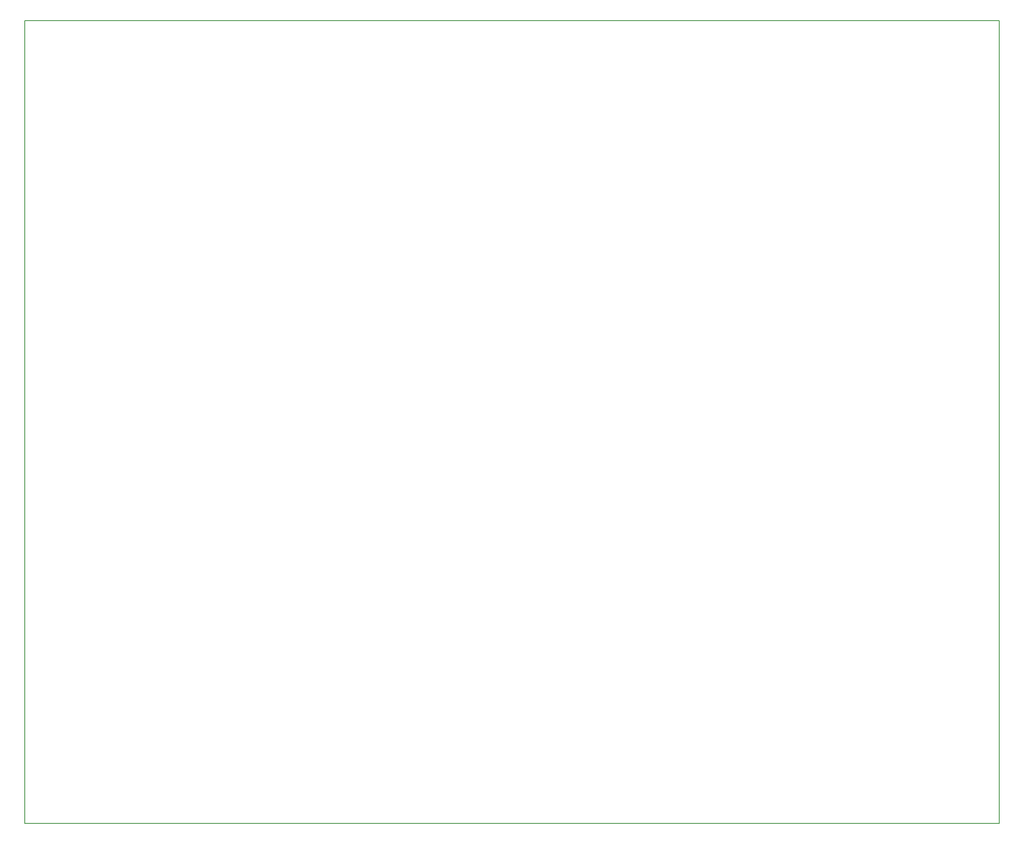
<source format=gm1>
G04 #@! TF.GenerationSoftware,KiCad,Pcbnew,(5.0.0)*
G04 #@! TF.CreationDate,2019-03-08T11:26:40+02:00*
G04 #@! TF.ProjectId,Skripsie,536B7269707369652E6B696361645F70,rev?*
G04 #@! TF.SameCoordinates,Original*
G04 #@! TF.FileFunction,Profile,NP*
%FSLAX46Y46*%
G04 Gerber Fmt 4.6, Leading zero omitted, Abs format (unit mm)*
G04 Created by KiCad (PCBNEW (5.0.0)) date 03/08/19 11:26:40*
%MOMM*%
%LPD*%
G01*
G04 APERTURE LIST*
%ADD10C,0.150000*%
G04 APERTURE END LIST*
D10*
X17780000Y-25005000D02*
X217780000Y-25005000D01*
X17780000Y-190005000D02*
X217780000Y-190005000D01*
X217780000Y-25005000D02*
X217780000Y-190005000D01*
X17780000Y-25005000D02*
X17780000Y-190005000D01*
M02*

</source>
